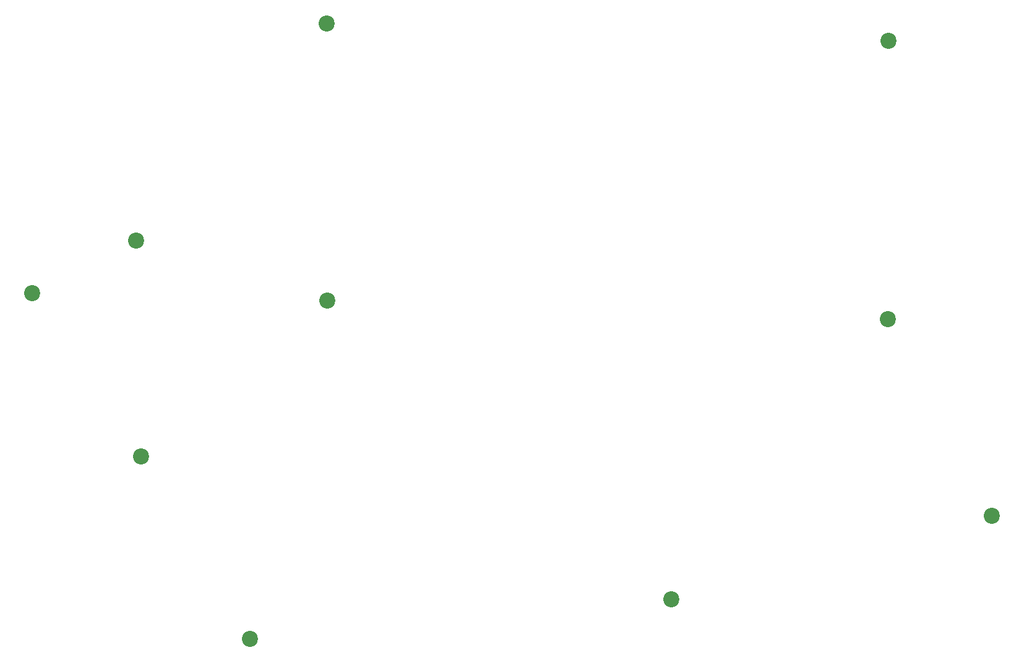
<source format=gbr>
%TF.GenerationSoftware,KiCad,Pcbnew,(7.0.0-0)*%
%TF.CreationDate,2023-04-10T14:36:22-07:00*%
%TF.ProjectId,Sofle_loud_bottom,536f666c-655f-46c6-9f75-645f626f7474,rev?*%
%TF.SameCoordinates,Original*%
%TF.FileFunction,Soldermask,Bot*%
%TF.FilePolarity,Negative*%
%FSLAX46Y46*%
G04 Gerber Fmt 4.6, Leading zero omitted, Abs format (unit mm)*
G04 Created by KiCad (PCBNEW (7.0.0-0)) date 2023-04-10 14:36:22*
%MOMM*%
%LPD*%
G01*
G04 APERTURE LIST*
%ADD10C,2.200000*%
G04 APERTURE END LIST*
D10*
%TO.C,*%
X172530000Y-141770000D03*
%TD*%
%TO.C,*%
X216360000Y-130290000D03*
%TD*%
%TO.C,*%
X114820000Y-147190000D03*
%TD*%
%TO.C,TH5*%
X125420000Y-100850000D03*
%TD*%
%TO.C,TH6*%
X202165000Y-103415000D03*
%TD*%
%TO.C,TH7*%
X99970000Y-122210000D03*
%TD*%
%TO.C,TH1*%
X85065000Y-99850000D03*
%TD*%
%TO.C,TH3*%
X125330000Y-62900000D03*
%TD*%
%TO.C,TH2*%
X99226053Y-92648552D03*
%TD*%
%TO.C,TH4*%
X202180000Y-65300000D03*
%TD*%
M02*

</source>
